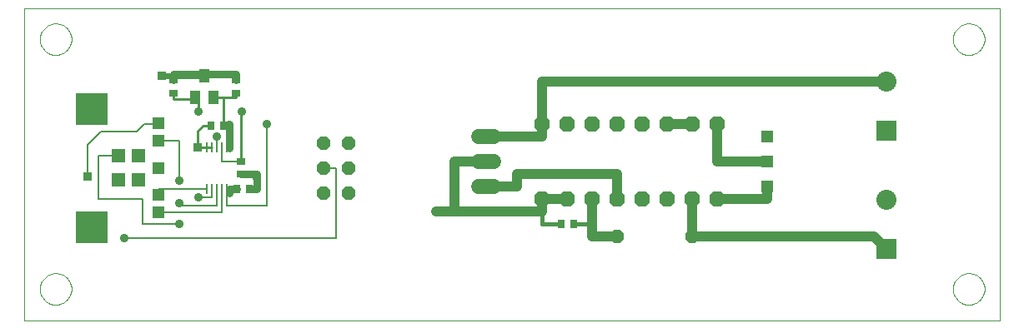
<source format=gtl>
G75*
G70*
%OFA0B0*%
%FSLAX24Y24*%
%IPPOS*%
%LPD*%
%AMOC8*
5,1,8,0,0,1.08239X$1,22.5*
%
%ADD10C,0.0000*%
%ADD11R,0.1306X0.1306*%
%ADD12R,0.0562X0.0562*%
%ADD13R,0.0476X0.0476*%
%ADD14OC8,0.0630*%
%ADD15R,0.0098X0.0394*%
%ADD16R,0.0276X0.0354*%
%ADD17R,0.0354X0.0276*%
%ADD18R,0.0394X0.0551*%
%ADD19OC8,0.0520*%
%ADD20C,0.0600*%
%ADD21OC8,0.0560*%
%ADD22R,0.0800X0.0800*%
%ADD23C,0.0800*%
%ADD24C,0.0400*%
%ADD25C,0.0160*%
%ADD26C,0.0300*%
%ADD27C,0.0356*%
%ADD28C,0.0240*%
%ADD29R,0.0356X0.0356*%
%ADD30C,0.0100*%
%ADD31C,0.0080*%
D10*
X001381Y000181D02*
X001381Y012681D01*
X040381Y012681D01*
X040381Y000181D01*
X001381Y000181D01*
X002001Y001431D02*
X002003Y001481D01*
X002009Y001531D01*
X002019Y001580D01*
X002033Y001628D01*
X002050Y001675D01*
X002071Y001720D01*
X002096Y001764D01*
X002124Y001805D01*
X002156Y001844D01*
X002190Y001881D01*
X002227Y001915D01*
X002267Y001945D01*
X002309Y001972D01*
X002353Y001996D01*
X002399Y002017D01*
X002446Y002033D01*
X002494Y002046D01*
X002544Y002055D01*
X002593Y002060D01*
X002644Y002061D01*
X002694Y002058D01*
X002743Y002051D01*
X002792Y002040D01*
X002840Y002025D01*
X002886Y002007D01*
X002931Y001985D01*
X002974Y001959D01*
X003015Y001930D01*
X003054Y001898D01*
X003090Y001863D01*
X003122Y001825D01*
X003152Y001785D01*
X003179Y001742D01*
X003202Y001698D01*
X003221Y001652D01*
X003237Y001604D01*
X003249Y001555D01*
X003257Y001506D01*
X003261Y001456D01*
X003261Y001406D01*
X003257Y001356D01*
X003249Y001307D01*
X003237Y001258D01*
X003221Y001210D01*
X003202Y001164D01*
X003179Y001120D01*
X003152Y001077D01*
X003122Y001037D01*
X003090Y000999D01*
X003054Y000964D01*
X003015Y000932D01*
X002974Y000903D01*
X002931Y000877D01*
X002886Y000855D01*
X002840Y000837D01*
X002792Y000822D01*
X002743Y000811D01*
X002694Y000804D01*
X002644Y000801D01*
X002593Y000802D01*
X002544Y000807D01*
X002494Y000816D01*
X002446Y000829D01*
X002399Y000845D01*
X002353Y000866D01*
X002309Y000890D01*
X002267Y000917D01*
X002227Y000947D01*
X002190Y000981D01*
X002156Y001018D01*
X002124Y001057D01*
X002096Y001098D01*
X002071Y001142D01*
X002050Y001187D01*
X002033Y001234D01*
X002019Y001282D01*
X002009Y001331D01*
X002003Y001381D01*
X002001Y001431D01*
X002001Y011431D02*
X002003Y011481D01*
X002009Y011531D01*
X002019Y011580D01*
X002033Y011628D01*
X002050Y011675D01*
X002071Y011720D01*
X002096Y011764D01*
X002124Y011805D01*
X002156Y011844D01*
X002190Y011881D01*
X002227Y011915D01*
X002267Y011945D01*
X002309Y011972D01*
X002353Y011996D01*
X002399Y012017D01*
X002446Y012033D01*
X002494Y012046D01*
X002544Y012055D01*
X002593Y012060D01*
X002644Y012061D01*
X002694Y012058D01*
X002743Y012051D01*
X002792Y012040D01*
X002840Y012025D01*
X002886Y012007D01*
X002931Y011985D01*
X002974Y011959D01*
X003015Y011930D01*
X003054Y011898D01*
X003090Y011863D01*
X003122Y011825D01*
X003152Y011785D01*
X003179Y011742D01*
X003202Y011698D01*
X003221Y011652D01*
X003237Y011604D01*
X003249Y011555D01*
X003257Y011506D01*
X003261Y011456D01*
X003261Y011406D01*
X003257Y011356D01*
X003249Y011307D01*
X003237Y011258D01*
X003221Y011210D01*
X003202Y011164D01*
X003179Y011120D01*
X003152Y011077D01*
X003122Y011037D01*
X003090Y010999D01*
X003054Y010964D01*
X003015Y010932D01*
X002974Y010903D01*
X002931Y010877D01*
X002886Y010855D01*
X002840Y010837D01*
X002792Y010822D01*
X002743Y010811D01*
X002694Y010804D01*
X002644Y010801D01*
X002593Y010802D01*
X002544Y010807D01*
X002494Y010816D01*
X002446Y010829D01*
X002399Y010845D01*
X002353Y010866D01*
X002309Y010890D01*
X002267Y010917D01*
X002227Y010947D01*
X002190Y010981D01*
X002156Y011018D01*
X002124Y011057D01*
X002096Y011098D01*
X002071Y011142D01*
X002050Y011187D01*
X002033Y011234D01*
X002019Y011282D01*
X002009Y011331D01*
X002003Y011381D01*
X002001Y011431D01*
X038501Y011431D02*
X038503Y011481D01*
X038509Y011531D01*
X038519Y011580D01*
X038533Y011628D01*
X038550Y011675D01*
X038571Y011720D01*
X038596Y011764D01*
X038624Y011805D01*
X038656Y011844D01*
X038690Y011881D01*
X038727Y011915D01*
X038767Y011945D01*
X038809Y011972D01*
X038853Y011996D01*
X038899Y012017D01*
X038946Y012033D01*
X038994Y012046D01*
X039044Y012055D01*
X039093Y012060D01*
X039144Y012061D01*
X039194Y012058D01*
X039243Y012051D01*
X039292Y012040D01*
X039340Y012025D01*
X039386Y012007D01*
X039431Y011985D01*
X039474Y011959D01*
X039515Y011930D01*
X039554Y011898D01*
X039590Y011863D01*
X039622Y011825D01*
X039652Y011785D01*
X039679Y011742D01*
X039702Y011698D01*
X039721Y011652D01*
X039737Y011604D01*
X039749Y011555D01*
X039757Y011506D01*
X039761Y011456D01*
X039761Y011406D01*
X039757Y011356D01*
X039749Y011307D01*
X039737Y011258D01*
X039721Y011210D01*
X039702Y011164D01*
X039679Y011120D01*
X039652Y011077D01*
X039622Y011037D01*
X039590Y010999D01*
X039554Y010964D01*
X039515Y010932D01*
X039474Y010903D01*
X039431Y010877D01*
X039386Y010855D01*
X039340Y010837D01*
X039292Y010822D01*
X039243Y010811D01*
X039194Y010804D01*
X039144Y010801D01*
X039093Y010802D01*
X039044Y010807D01*
X038994Y010816D01*
X038946Y010829D01*
X038899Y010845D01*
X038853Y010866D01*
X038809Y010890D01*
X038767Y010917D01*
X038727Y010947D01*
X038690Y010981D01*
X038656Y011018D01*
X038624Y011057D01*
X038596Y011098D01*
X038571Y011142D01*
X038550Y011187D01*
X038533Y011234D01*
X038519Y011282D01*
X038509Y011331D01*
X038503Y011381D01*
X038501Y011431D01*
X038501Y001431D02*
X038503Y001481D01*
X038509Y001531D01*
X038519Y001580D01*
X038533Y001628D01*
X038550Y001675D01*
X038571Y001720D01*
X038596Y001764D01*
X038624Y001805D01*
X038656Y001844D01*
X038690Y001881D01*
X038727Y001915D01*
X038767Y001945D01*
X038809Y001972D01*
X038853Y001996D01*
X038899Y002017D01*
X038946Y002033D01*
X038994Y002046D01*
X039044Y002055D01*
X039093Y002060D01*
X039144Y002061D01*
X039194Y002058D01*
X039243Y002051D01*
X039292Y002040D01*
X039340Y002025D01*
X039386Y002007D01*
X039431Y001985D01*
X039474Y001959D01*
X039515Y001930D01*
X039554Y001898D01*
X039590Y001863D01*
X039622Y001825D01*
X039652Y001785D01*
X039679Y001742D01*
X039702Y001698D01*
X039721Y001652D01*
X039737Y001604D01*
X039749Y001555D01*
X039757Y001506D01*
X039761Y001456D01*
X039761Y001406D01*
X039757Y001356D01*
X039749Y001307D01*
X039737Y001258D01*
X039721Y001210D01*
X039702Y001164D01*
X039679Y001120D01*
X039652Y001077D01*
X039622Y001037D01*
X039590Y000999D01*
X039554Y000964D01*
X039515Y000932D01*
X039474Y000903D01*
X039431Y000877D01*
X039386Y000855D01*
X039340Y000837D01*
X039292Y000822D01*
X039243Y000811D01*
X039194Y000804D01*
X039144Y000801D01*
X039093Y000802D01*
X039044Y000807D01*
X038994Y000816D01*
X038946Y000829D01*
X038899Y000845D01*
X038853Y000866D01*
X038809Y000890D01*
X038767Y000917D01*
X038727Y000947D01*
X038690Y000981D01*
X038656Y001018D01*
X038624Y001057D01*
X038596Y001098D01*
X038571Y001142D01*
X038550Y001187D01*
X038533Y001234D01*
X038519Y001282D01*
X038509Y001331D01*
X038503Y001381D01*
X038501Y001431D01*
D11*
X004081Y003911D03*
X004081Y008651D03*
D12*
X005148Y006774D03*
X005935Y006774D03*
X005935Y005789D03*
X005148Y005789D03*
D13*
X006723Y006281D03*
X006723Y005199D03*
X006723Y004510D03*
X006723Y007364D03*
X006723Y008053D03*
X031081Y007531D03*
X031081Y006531D03*
X031081Y005531D03*
D14*
X029081Y005031D03*
X028081Y005031D03*
X027081Y005031D03*
X026081Y005031D03*
X025081Y005031D03*
X024081Y005031D03*
X023081Y005031D03*
X022081Y005031D03*
X022081Y008031D03*
X023081Y008031D03*
X024081Y008031D03*
X025081Y008031D03*
X026081Y008031D03*
X027081Y008031D03*
X028081Y008031D03*
X029081Y008031D03*
D15*
X009474Y007113D03*
X009278Y007113D03*
X009081Y007113D03*
X008884Y007113D03*
X008687Y007113D03*
X008687Y005449D03*
X008884Y005449D03*
X009081Y005449D03*
X009278Y005449D03*
X009474Y005449D03*
D16*
X009875Y005431D03*
X010387Y005431D03*
X009337Y007981D03*
X008825Y007981D03*
X022825Y004031D03*
X023337Y004031D03*
D17*
X010031Y006026D03*
X010031Y006537D03*
X009831Y009276D03*
X009831Y009787D03*
X007331Y009787D03*
X007331Y009276D03*
D18*
X008207Y009098D03*
X008955Y009098D03*
X008581Y009964D03*
D19*
X025081Y003531D03*
X028081Y003531D03*
D20*
X020131Y005531D02*
X019531Y005531D01*
X019531Y006531D02*
X020131Y006531D01*
X020131Y007531D02*
X019531Y007531D01*
D21*
X014331Y007281D03*
X013331Y007281D03*
X013331Y006281D03*
X014331Y006281D03*
X014331Y005281D03*
X013331Y005281D03*
D22*
X035831Y003031D03*
X035831Y007781D03*
D23*
X035831Y009750D03*
X035831Y005000D03*
D24*
X035331Y003531D02*
X035831Y003031D01*
X035331Y003531D02*
X028081Y003531D01*
X028081Y005031D01*
X029081Y005031D02*
X031081Y005031D01*
X031081Y005531D01*
X031081Y006531D02*
X029081Y006531D01*
X029081Y008031D01*
X028081Y008031D02*
X027081Y008031D01*
X022081Y008031D02*
X022081Y007531D01*
X019831Y007531D01*
X022081Y008031D02*
X022081Y009740D01*
X035831Y009750D01*
X025081Y006031D02*
X025081Y005031D01*
X024081Y005031D02*
X024081Y004031D01*
X024081Y003531D01*
X025081Y003531D01*
X022081Y004531D02*
X022081Y004781D01*
X022081Y005031D01*
X023081Y005031D01*
X022081Y004531D02*
X018581Y004531D01*
X017831Y004531D01*
X018581Y004531D02*
X018581Y006531D01*
X019831Y006531D01*
X021081Y006031D02*
X025081Y006031D01*
X021081Y006031D02*
X021081Y005531D01*
X019831Y005531D01*
X008581Y009964D02*
X008581Y009981D01*
D25*
X022081Y004781D02*
X022081Y004031D01*
X022825Y004031D01*
X023337Y004031D02*
X024081Y004031D01*
D26*
X010681Y005431D02*
X010681Y005881D01*
X010681Y006026D01*
X010031Y006026D01*
X009875Y005431D02*
X009581Y005431D01*
X009581Y005281D01*
X010387Y005431D02*
X010681Y005431D01*
X009581Y007081D02*
X009581Y008031D01*
X009337Y007981D01*
X009831Y009787D02*
X009831Y010031D01*
X008581Y010031D01*
X008581Y009981D01*
X008581Y010031D02*
X007331Y010031D01*
X007331Y009787D01*
D27*
X008331Y008531D03*
X010081Y008531D03*
X011081Y008031D03*
X009081Y007531D03*
X010681Y005881D03*
X008331Y005101D03*
X007581Y004881D03*
X007581Y004031D03*
X005381Y003481D03*
X007581Y005781D03*
X017831Y004531D03*
D28*
X008581Y009981D02*
X006881Y009981D01*
D29*
X006881Y009981D03*
X008321Y007111D03*
X003921Y005931D03*
D30*
X008321Y007111D02*
X008323Y007113D01*
X008687Y007113D01*
X008884Y007113D01*
X008321Y007111D02*
X008321Y007771D01*
X008531Y007981D01*
X008825Y007981D01*
X009337Y007981D02*
X009337Y009098D01*
X008955Y009098D01*
X009831Y009098D01*
X009831Y009276D01*
X008331Y009098D02*
X008331Y008531D01*
X008081Y009031D02*
X007331Y009031D01*
X007331Y009276D01*
X008081Y009098D02*
X008081Y009031D01*
X008081Y009098D02*
X008207Y009098D01*
X008331Y009098D01*
X010031Y008531D02*
X010031Y006537D01*
X010081Y008531D02*
X010031Y008531D01*
D31*
X011081Y008031D02*
X011081Y004781D01*
X009474Y004781D01*
X009474Y005449D01*
X009278Y005449D02*
X009278Y004510D01*
X006723Y004510D01*
X007581Y004781D02*
X007581Y004881D01*
X007581Y004781D02*
X009081Y004781D01*
X009081Y005449D01*
X008884Y005449D02*
X008884Y005101D01*
X008331Y005101D01*
X008687Y005449D02*
X006723Y005449D01*
X006723Y005199D01*
X006091Y005031D02*
X004331Y005031D01*
X004331Y006781D01*
X005148Y006781D01*
X005148Y006774D01*
X004441Y007731D02*
X003921Y007211D01*
X003921Y005931D01*
X006091Y005031D02*
X006091Y004031D01*
X007581Y004031D01*
X005381Y003481D02*
X013851Y003481D01*
X013851Y006281D01*
X013331Y006281D01*
X010031Y006537D02*
X009278Y006537D01*
X009278Y007113D01*
X009081Y007113D02*
X009081Y007531D01*
X007581Y007364D02*
X007581Y005781D01*
X007581Y007364D02*
X006723Y007364D01*
X006181Y008041D02*
X005871Y007731D01*
X004441Y007731D01*
X006181Y008041D02*
X006711Y008041D01*
X006723Y008053D01*
M02*

</source>
